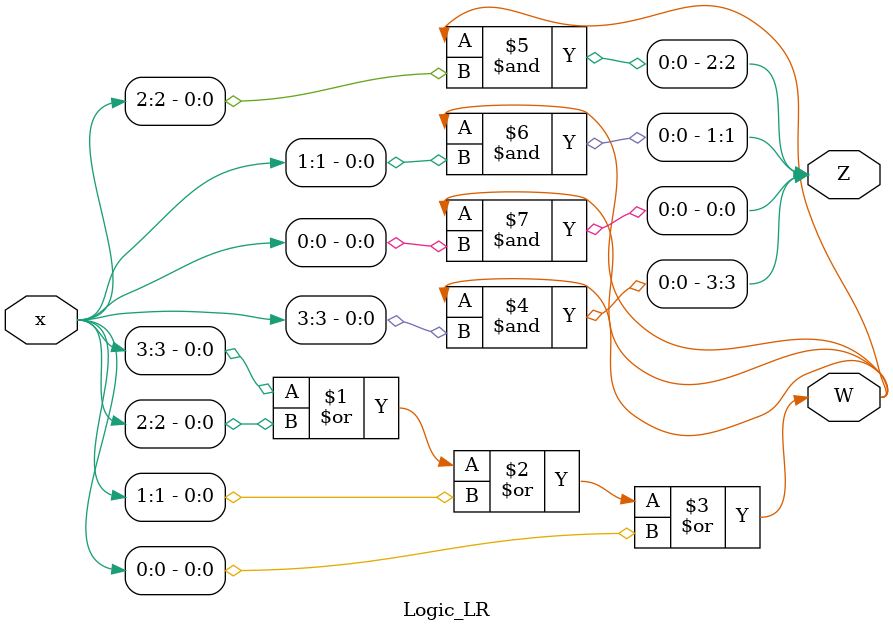
<source format=v>
module Logic_LR(x, W, Z);

	input [3:0]x;
	output W;
	output [3:0]Z;
	
	assign W = (x[3]) | (x[2]) | (x[1]) | (x[0]);
	
	assign Z[3] = W & x[3];
	assign Z[2] = W & x[2];
	assign Z[1] = W & x[1];
	assign Z[0] = W & x[0];
	
endmodule
</source>
